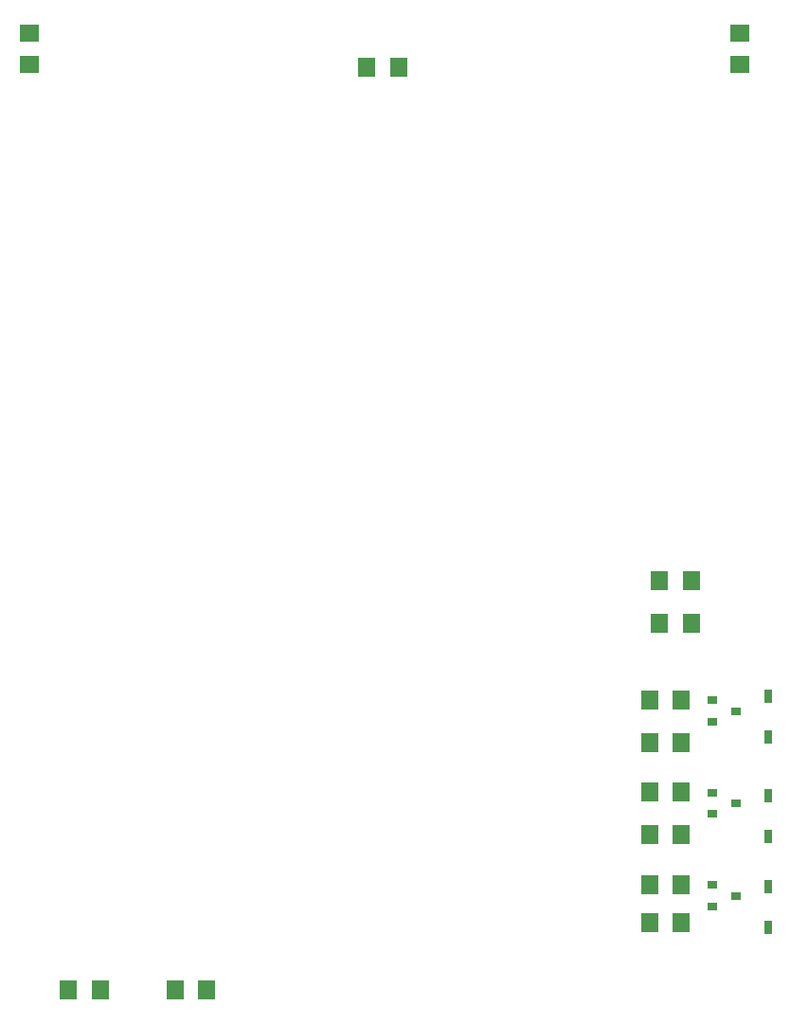
<source format=gbr>
G04 EAGLE Gerber RS-274X export*
G75*
%MOMM*%
%FSLAX34Y34*%
%LPD*%
%INSolderpaste Top*%
%IPPOS*%
%AMOC8*
5,1,8,0,0,1.08239X$1,22.5*%
G01*
%ADD10R,0.900000X0.800000*%
%ADD11R,1.600000X1.800000*%
%ADD12R,1.800000X1.600000*%
%ADD13R,0.700000X1.200000*%


D10*
X693580Y198730D03*
X693580Y179730D03*
X714580Y189230D03*
D11*
X637510Y199390D03*
X665510Y199390D03*
X637510Y165100D03*
X665510Y165100D03*
D10*
X693580Y281280D03*
X693580Y262280D03*
X714580Y271780D03*
D11*
X637510Y281940D03*
X665510Y281940D03*
X637510Y243840D03*
X665510Y243840D03*
D10*
X693580Y363830D03*
X693580Y344830D03*
X714580Y354330D03*
D11*
X637510Y364490D03*
X665510Y364490D03*
X637510Y326390D03*
X665510Y326390D03*
X241330Y105410D03*
X213330Y105410D03*
X146080Y105410D03*
X118080Y105410D03*
X646400Y471170D03*
X674400Y471170D03*
X646400Y433070D03*
X674400Y433070D03*
D12*
X82550Y960150D03*
X82550Y932150D03*
D11*
X384780Y929640D03*
X412780Y929640D03*
D12*
X717550Y960150D03*
X717550Y932150D03*
D13*
X742950Y330750D03*
X742950Y367750D03*
X742950Y241850D03*
X742950Y278850D03*
X742950Y160570D03*
X742950Y197570D03*
M02*

</source>
